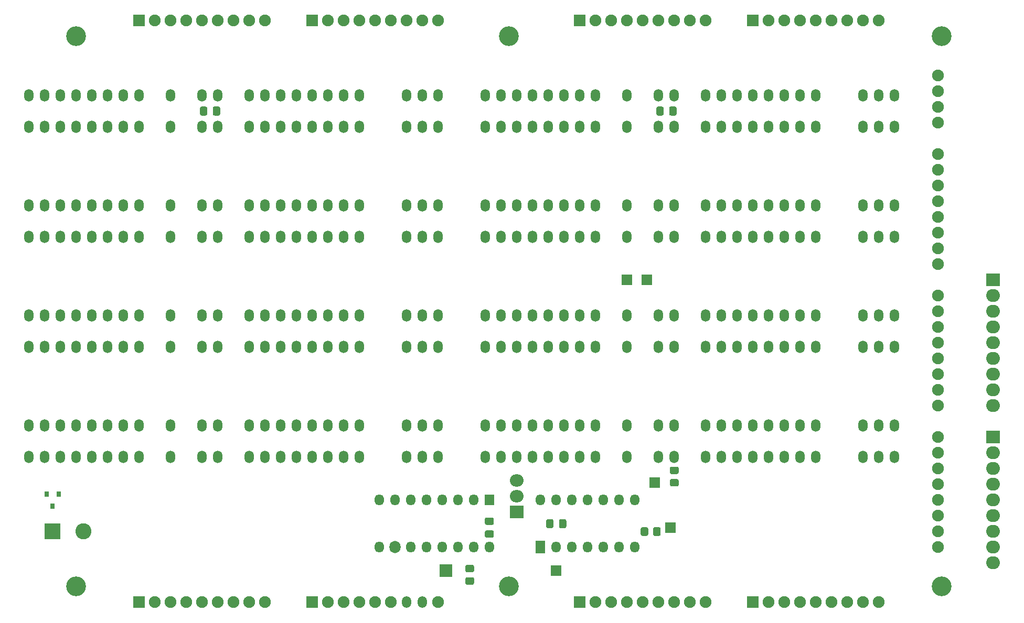
<source format=gbr>
%TF.GenerationSoftware,KiCad,Pcbnew,(5.1.8)-1*%
%TF.CreationDate,2025-01-30T22:59:11+03:00*%
%TF.ProjectId,Regs-v5,52656773-2d76-4352-9e6b-696361645f70,rev?*%
%TF.SameCoordinates,Original*%
%TF.FileFunction,Soldermask,Bot*%
%TF.FilePolarity,Negative*%
%FSLAX46Y46*%
G04 Gerber Fmt 4.6, Leading zero omitted, Abs format (unit mm)*
G04 Created by KiCad (PCBNEW (5.1.8)-1) date 2025-01-30 22:59:11*
%MOMM*%
%LPD*%
G01*
G04 APERTURE LIST*
%ADD10R,1.700000X1.700000*%
%ADD11O,1.500000X2.000000*%
%ADD12R,0.800000X0.900000*%
%ADD13O,2.200000X2.100000*%
%ADD14R,2.200000X2.100000*%
%ADD15O,1.900000X1.900000*%
%ADD16C,2.600000*%
%ADD17R,2.600000X2.600000*%
%ADD18O,1.500000X1.800000*%
%ADD19R,1.500000X2.000000*%
%ADD20O,1.800000X2.000000*%
%ADD21R,1.500000X1.800000*%
%ADD22R,2.000000X2.000000*%
%ADD23O,2.200000X2.000000*%
%ADD24R,2.200000X2.000000*%
%ADD25R,1.900000X1.900000*%
%ADD26O,1.500000X1.900000*%
%ADD27C,3.200000*%
G04 APERTURE END LIST*
D10*
%TO.C,J19*%
X114300000Y-59690000D03*
%TD*%
%TO.C,J20*%
X117475000Y-59690000D03*
%TD*%
%TO.C,R5*%
G36*
G01*
X89350001Y-106915000D02*
X88449999Y-106915000D01*
G75*
G02*
X88200000Y-106665001I0J249999D01*
G01*
X88200000Y-105964999D01*
G75*
G02*
X88449999Y-105715000I249999J0D01*
G01*
X89350001Y-105715000D01*
G75*
G02*
X89600000Y-105964999I0J-249999D01*
G01*
X89600000Y-106665001D01*
G75*
G02*
X89350001Y-106915000I-249999J0D01*
G01*
G37*
G36*
G01*
X89350001Y-108915000D02*
X88449999Y-108915000D01*
G75*
G02*
X88200000Y-108665001I0J249999D01*
G01*
X88200000Y-107964999D01*
G75*
G02*
X88449999Y-107715000I249999J0D01*
G01*
X89350001Y-107715000D01*
G75*
G02*
X89600000Y-107964999I0J-249999D01*
G01*
X89600000Y-108665001D01*
G75*
G02*
X89350001Y-108915000I-249999J0D01*
G01*
G37*
%TD*%
D11*
%TO.C,U19*%
X83820000Y-29845000D03*
X81280000Y-29845000D03*
X78740000Y-29845000D03*
X71120000Y-29845000D03*
X68580000Y-29845000D03*
X66040000Y-29845000D03*
X63500000Y-29845000D03*
X60960000Y-29845000D03*
X58420000Y-29845000D03*
X55880000Y-29845000D03*
X53340000Y-29845000D03*
X48260000Y-29845000D03*
X45720000Y-29845000D03*
X40640000Y-29845000D03*
X35560000Y-29845000D03*
X33020000Y-29845000D03*
X30480000Y-29845000D03*
X27940000Y-29845000D03*
X25400000Y-29845000D03*
X22860000Y-29845000D03*
X20320000Y-29845000D03*
X17780000Y-29845000D03*
%TD*%
%TO.C,U18*%
X157480000Y-29845000D03*
X154940000Y-29845000D03*
X152400000Y-29845000D03*
X144780000Y-29845000D03*
X142240000Y-29845000D03*
X139700000Y-29845000D03*
X137160000Y-29845000D03*
X134620000Y-29845000D03*
X132080000Y-29845000D03*
X129540000Y-29845000D03*
X127000000Y-29845000D03*
X121920000Y-29845000D03*
X119380000Y-29845000D03*
X114300000Y-29845000D03*
X109220000Y-29845000D03*
X106680000Y-29845000D03*
X104140000Y-29845000D03*
X101600000Y-29845000D03*
X99060000Y-29845000D03*
X96520000Y-29845000D03*
X93980000Y-29845000D03*
X91440000Y-29845000D03*
%TD*%
%TO.C,U17*%
X83820000Y-47625000D03*
X81280000Y-47625000D03*
X78740000Y-47625000D03*
X71120000Y-47625000D03*
X68580000Y-47625000D03*
X66040000Y-47625000D03*
X63500000Y-47625000D03*
X60960000Y-47625000D03*
X58420000Y-47625000D03*
X55880000Y-47625000D03*
X53340000Y-47625000D03*
X48260000Y-47625000D03*
X45720000Y-47625000D03*
X40640000Y-47625000D03*
X35560000Y-47625000D03*
X33020000Y-47625000D03*
X30480000Y-47625000D03*
X27940000Y-47625000D03*
X25400000Y-47625000D03*
X22860000Y-47625000D03*
X20320000Y-47625000D03*
X17780000Y-47625000D03*
%TD*%
%TO.C,U16*%
X157480000Y-47625000D03*
X154940000Y-47625000D03*
X152400000Y-47625000D03*
X144780000Y-47625000D03*
X142240000Y-47625000D03*
X139700000Y-47625000D03*
X137160000Y-47625000D03*
X134620000Y-47625000D03*
X132080000Y-47625000D03*
X129540000Y-47625000D03*
X127000000Y-47625000D03*
X121920000Y-47625000D03*
X119380000Y-47625000D03*
X114300000Y-47625000D03*
X109220000Y-47625000D03*
X106680000Y-47625000D03*
X104140000Y-47625000D03*
X101600000Y-47625000D03*
X99060000Y-47625000D03*
X96520000Y-47625000D03*
X93980000Y-47625000D03*
X91440000Y-47625000D03*
%TD*%
%TO.C,U12*%
X83820000Y-65405000D03*
X81280000Y-65405000D03*
X78740000Y-65405000D03*
X71120000Y-65405000D03*
X68580000Y-65405000D03*
X66040000Y-65405000D03*
X63500000Y-65405000D03*
X60960000Y-65405000D03*
X58420000Y-65405000D03*
X55880000Y-65405000D03*
X53340000Y-65405000D03*
X48260000Y-65405000D03*
X45720000Y-65405000D03*
X40640000Y-65405000D03*
X35560000Y-65405000D03*
X33020000Y-65405000D03*
X30480000Y-65405000D03*
X27940000Y-65405000D03*
X25400000Y-65405000D03*
X22860000Y-65405000D03*
X20320000Y-65405000D03*
X17780000Y-65405000D03*
%TD*%
%TO.C,U11*%
X157480000Y-65405000D03*
X154940000Y-65405000D03*
X152400000Y-65405000D03*
X144780000Y-65405000D03*
X142240000Y-65405000D03*
X139700000Y-65405000D03*
X137160000Y-65405000D03*
X134620000Y-65405000D03*
X132080000Y-65405000D03*
X129540000Y-65405000D03*
X127000000Y-65405000D03*
X121920000Y-65405000D03*
X119380000Y-65405000D03*
X114300000Y-65405000D03*
X109220000Y-65405000D03*
X106680000Y-65405000D03*
X104140000Y-65405000D03*
X101600000Y-65405000D03*
X99060000Y-65405000D03*
X96520000Y-65405000D03*
X93980000Y-65405000D03*
X91440000Y-65405000D03*
%TD*%
%TO.C,U10*%
X83820000Y-83185000D03*
X81280000Y-83185000D03*
X78740000Y-83185000D03*
X71120000Y-83185000D03*
X68580000Y-83185000D03*
X66040000Y-83185000D03*
X63500000Y-83185000D03*
X60960000Y-83185000D03*
X58420000Y-83185000D03*
X55880000Y-83185000D03*
X53340000Y-83185000D03*
X48260000Y-83185000D03*
X45720000Y-83185000D03*
X40640000Y-83185000D03*
X35560000Y-83185000D03*
X33020000Y-83185000D03*
X30480000Y-83185000D03*
X27940000Y-83185000D03*
X25400000Y-83185000D03*
X22860000Y-83185000D03*
X20320000Y-83185000D03*
X17780000Y-83185000D03*
%TD*%
%TO.C,U9*%
X157480000Y-83185000D03*
X154940000Y-83185000D03*
X152400000Y-83185000D03*
X144780000Y-83185000D03*
X142240000Y-83185000D03*
X139700000Y-83185000D03*
X137160000Y-83185000D03*
X134620000Y-83185000D03*
X132080000Y-83185000D03*
X129540000Y-83185000D03*
X127000000Y-83185000D03*
X121920000Y-83185000D03*
X119380000Y-83185000D03*
X114300000Y-83185000D03*
X109220000Y-83185000D03*
X106680000Y-83185000D03*
X104140000Y-83185000D03*
X101600000Y-83185000D03*
X99060000Y-83185000D03*
X96520000Y-83185000D03*
X93980000Y-83185000D03*
X91440000Y-83185000D03*
%TD*%
%TO.C,R7*%
G36*
G01*
X117710000Y-99879999D02*
X117710000Y-100780001D01*
G75*
G02*
X117460001Y-101030000I-249999J0D01*
G01*
X116759999Y-101030000D01*
G75*
G02*
X116510000Y-100780001I0J249999D01*
G01*
X116510000Y-99879999D01*
G75*
G02*
X116759999Y-99630000I249999J0D01*
G01*
X117460001Y-99630000D01*
G75*
G02*
X117710000Y-99879999I0J-249999D01*
G01*
G37*
G36*
G01*
X119710000Y-99879999D02*
X119710000Y-100780001D01*
G75*
G02*
X119460001Y-101030000I-249999J0D01*
G01*
X118759999Y-101030000D01*
G75*
G02*
X118510000Y-100780001I0J249999D01*
G01*
X118510000Y-99879999D01*
G75*
G02*
X118759999Y-99630000I249999J0D01*
G01*
X119460001Y-99630000D01*
G75*
G02*
X119710000Y-99879999I0J-249999D01*
G01*
G37*
%TD*%
D12*
%TO.C,Q1*%
X21590000Y-96250000D03*
X22540000Y-94250000D03*
X20640000Y-94250000D03*
%TD*%
%TO.C,C4*%
G36*
G01*
X103320000Y-99535000D02*
X103320000Y-98585000D01*
G75*
G02*
X103570000Y-98335000I250000J0D01*
G01*
X104245000Y-98335000D01*
G75*
G02*
X104495000Y-98585000I0J-250000D01*
G01*
X104495000Y-99535000D01*
G75*
G02*
X104245000Y-99785000I-250000J0D01*
G01*
X103570000Y-99785000D01*
G75*
G02*
X103320000Y-99535000I0J250000D01*
G01*
G37*
G36*
G01*
X101245000Y-99535000D02*
X101245000Y-98585000D01*
G75*
G02*
X101495000Y-98335000I250000J0D01*
G01*
X102170000Y-98335000D01*
G75*
G02*
X102420000Y-98585000I0J-250000D01*
G01*
X102420000Y-99535000D01*
G75*
G02*
X102170000Y-99785000I-250000J0D01*
G01*
X101495000Y-99785000D01*
G75*
G02*
X101245000Y-99535000I0J250000D01*
G01*
G37*
%TD*%
%TO.C,C3*%
G36*
G01*
X92550000Y-99245000D02*
X91600000Y-99245000D01*
G75*
G02*
X91350000Y-98995000I0J250000D01*
G01*
X91350000Y-98320000D01*
G75*
G02*
X91600000Y-98070000I250000J0D01*
G01*
X92550000Y-98070000D01*
G75*
G02*
X92800000Y-98320000I0J-250000D01*
G01*
X92800000Y-98995000D01*
G75*
G02*
X92550000Y-99245000I-250000J0D01*
G01*
G37*
G36*
G01*
X92550000Y-101320000D02*
X91600000Y-101320000D01*
G75*
G02*
X91350000Y-101070000I0J250000D01*
G01*
X91350000Y-100395000D01*
G75*
G02*
X91600000Y-100145000I250000J0D01*
G01*
X92550000Y-100145000D01*
G75*
G02*
X92800000Y-100395000I0J-250000D01*
G01*
X92800000Y-101070000D01*
G75*
G02*
X92550000Y-101320000I-250000J0D01*
G01*
G37*
%TD*%
%TO.C,C2*%
G36*
G01*
X46540000Y-31910000D02*
X46540000Y-32860000D01*
G75*
G02*
X46290000Y-33110000I-250000J0D01*
G01*
X45615000Y-33110000D01*
G75*
G02*
X45365000Y-32860000I0J250000D01*
G01*
X45365000Y-31910000D01*
G75*
G02*
X45615000Y-31660000I250000J0D01*
G01*
X46290000Y-31660000D01*
G75*
G02*
X46540000Y-31910000I0J-250000D01*
G01*
G37*
G36*
G01*
X48615000Y-31910000D02*
X48615000Y-32860000D01*
G75*
G02*
X48365000Y-33110000I-250000J0D01*
G01*
X47690000Y-33110000D01*
G75*
G02*
X47440000Y-32860000I0J250000D01*
G01*
X47440000Y-31910000D01*
G75*
G02*
X47690000Y-31660000I250000J0D01*
G01*
X48365000Y-31660000D01*
G75*
G02*
X48615000Y-31910000I0J-250000D01*
G01*
G37*
%TD*%
%TO.C,C1*%
G36*
G01*
X120200000Y-31910000D02*
X120200000Y-32860000D01*
G75*
G02*
X119950000Y-33110000I-250000J0D01*
G01*
X119275000Y-33110000D01*
G75*
G02*
X119025000Y-32860000I0J250000D01*
G01*
X119025000Y-31910000D01*
G75*
G02*
X119275000Y-31660000I250000J0D01*
G01*
X119950000Y-31660000D01*
G75*
G02*
X120200000Y-31910000I0J-250000D01*
G01*
G37*
G36*
G01*
X122275000Y-31910000D02*
X122275000Y-32860000D01*
G75*
G02*
X122025000Y-33110000I-250000J0D01*
G01*
X121350000Y-33110000D01*
G75*
G02*
X121100000Y-32860000I0J250000D01*
G01*
X121100000Y-31910000D01*
G75*
G02*
X121350000Y-31660000I250000J0D01*
G01*
X122025000Y-31660000D01*
G75*
G02*
X122275000Y-31910000I0J-250000D01*
G01*
G37*
%TD*%
%TO.C,R6*%
G36*
G01*
X122370001Y-91040000D02*
X121469999Y-91040000D01*
G75*
G02*
X121220000Y-90790001I0J249999D01*
G01*
X121220000Y-90089999D01*
G75*
G02*
X121469999Y-89840000I249999J0D01*
G01*
X122370001Y-89840000D01*
G75*
G02*
X122620000Y-90089999I0J-249999D01*
G01*
X122620000Y-90790001D01*
G75*
G02*
X122370001Y-91040000I-249999J0D01*
G01*
G37*
G36*
G01*
X122370001Y-93040000D02*
X121469999Y-93040000D01*
G75*
G02*
X121220000Y-92790001I0J249999D01*
G01*
X121220000Y-92089999D01*
G75*
G02*
X121469999Y-91840000I249999J0D01*
G01*
X122370001Y-91840000D01*
G75*
G02*
X122620000Y-92089999I0J-249999D01*
G01*
X122620000Y-92790001D01*
G75*
G02*
X122370001Y-93040000I-249999J0D01*
G01*
G37*
%TD*%
D13*
%TO.C,J18*%
X173355000Y-80010000D03*
X173355000Y-77470000D03*
X173355000Y-74930000D03*
X173355000Y-72390000D03*
X173355000Y-69850000D03*
X173355000Y-67310000D03*
X173355000Y-64770000D03*
X173355000Y-62230000D03*
D14*
X173355000Y-59690000D03*
%TD*%
D13*
%TO.C,J17*%
X173355000Y-105410000D03*
X173355000Y-102870000D03*
X173355000Y-100330000D03*
X173355000Y-97790000D03*
X173355000Y-95250000D03*
X173355000Y-92710000D03*
X173355000Y-90170000D03*
X173355000Y-87630000D03*
D14*
X173355000Y-85090000D03*
%TD*%
D15*
%TO.C,U15*%
X164465000Y-26670000D03*
X164465000Y-29210000D03*
X164465000Y-31750000D03*
X164465000Y-34290000D03*
X164465000Y-39370000D03*
X164465000Y-41910000D03*
X164465000Y-44450000D03*
X164465000Y-46990000D03*
X164465000Y-49530000D03*
X164465000Y-52070000D03*
X164465000Y-54610000D03*
X164465000Y-57150000D03*
X164465000Y-62230000D03*
X164465000Y-64770000D03*
X164465000Y-67310000D03*
X164465000Y-69850000D03*
X164465000Y-72390000D03*
X164465000Y-74930000D03*
X164465000Y-77470000D03*
X164465000Y-80010000D03*
X164465000Y-85090000D03*
X164465000Y-87630000D03*
X164465000Y-90170000D03*
X164465000Y-92710000D03*
X164465000Y-95250000D03*
X164465000Y-97790000D03*
X164465000Y-100330000D03*
X164465000Y-102870000D03*
%TD*%
D16*
%TO.C,J16*%
X26590000Y-100330000D03*
D17*
X21590000Y-100330000D03*
%TD*%
D18*
%TO.C,U14*%
X100330000Y-95250000D03*
X115570000Y-102870000D03*
X102870000Y-95250000D03*
X113030000Y-102870000D03*
X105410000Y-95250000D03*
X110490000Y-102870000D03*
X107950000Y-95250000D03*
X107950000Y-102870000D03*
X110490000Y-95250000D03*
X105410000Y-102870000D03*
X113030000Y-95250000D03*
X102870000Y-102870000D03*
X115570000Y-95250000D03*
D19*
X100330000Y-102870000D03*
%TD*%
D18*
%TO.C,U13*%
X92075000Y-102870000D03*
X74295000Y-95250000D03*
X89535000Y-102870000D03*
X76835000Y-95250000D03*
X86995000Y-102870000D03*
X79375000Y-95250000D03*
X84455000Y-102870000D03*
X81915000Y-95250000D03*
X81915000Y-102870000D03*
X84455000Y-95250000D03*
X79375000Y-102870000D03*
X86995000Y-95250000D03*
D20*
X76835000Y-102870000D03*
D18*
X89535000Y-95250000D03*
X74295000Y-102870000D03*
D21*
X92075000Y-95250000D03*
%TD*%
D10*
%TO.C,J15*%
X102870000Y-106680000D03*
%TD*%
%TO.C,J14*%
X121285000Y-99695000D03*
%TD*%
%TO.C,J13*%
X118745000Y-92440000D03*
%TD*%
D22*
%TO.C,J12*%
X85090000Y-106680000D03*
%TD*%
D23*
%TO.C,J11*%
X96520000Y-92075000D03*
X96520000Y-94615000D03*
D24*
X96520000Y-97155000D03*
%TD*%
D15*
%TO.C,J8*%
X55880000Y-17780000D03*
X53340000Y-17780000D03*
X50800000Y-17780000D03*
X48260000Y-17780000D03*
X45720000Y-17780000D03*
X43180000Y-17780000D03*
X40640000Y-17780000D03*
X38100000Y-17780000D03*
D25*
X35560000Y-17780000D03*
%TD*%
D15*
%TO.C,J7*%
X154940000Y-17780000D03*
X152400000Y-17780000D03*
X149860000Y-17780000D03*
X147320000Y-17780000D03*
X144780000Y-17780000D03*
X142240000Y-17780000D03*
X139700000Y-17780000D03*
X137160000Y-17780000D03*
D25*
X134620000Y-17780000D03*
%TD*%
D15*
%TO.C,J6*%
X83820000Y-17780000D03*
X81280000Y-17780000D03*
X78740000Y-17780000D03*
X76200000Y-17780000D03*
X73660000Y-17780000D03*
X71120000Y-17780000D03*
X68580000Y-17780000D03*
X66040000Y-17780000D03*
D25*
X63500000Y-17780000D03*
%TD*%
D15*
%TO.C,J5*%
X127000000Y-17780000D03*
X124460000Y-17780000D03*
X121920000Y-17780000D03*
X119380000Y-17780000D03*
X116840000Y-17780000D03*
X114300000Y-17780000D03*
X111760000Y-17780000D03*
X109220000Y-17780000D03*
D25*
X106680000Y-17780000D03*
%TD*%
D15*
%TO.C,J4*%
X55880000Y-111760000D03*
X53340000Y-111760000D03*
X50800000Y-111760000D03*
X48260000Y-111760000D03*
X45720000Y-111760000D03*
X43180000Y-111760000D03*
X40640000Y-111760000D03*
X38100000Y-111760000D03*
D25*
X35560000Y-111760000D03*
%TD*%
D15*
%TO.C,J3*%
X154940000Y-111760000D03*
X152400000Y-111760000D03*
X149860000Y-111760000D03*
X147320000Y-111760000D03*
X144780000Y-111760000D03*
X142240000Y-111760000D03*
X139700000Y-111760000D03*
X137160000Y-111760000D03*
D25*
X134620000Y-111760000D03*
%TD*%
D15*
%TO.C,J2*%
X83820000Y-111760000D03*
D26*
X81280000Y-111760000D03*
X78740000Y-111760000D03*
D15*
X76200000Y-111760000D03*
X73660000Y-111760000D03*
X71120000Y-111760000D03*
X68580000Y-111760000D03*
X66040000Y-111760000D03*
D25*
X63500000Y-111760000D03*
%TD*%
D15*
%TO.C,J1*%
X127000000Y-111760000D03*
X124460000Y-111760000D03*
X121920000Y-111760000D03*
X119380000Y-111760000D03*
X116840000Y-111760000D03*
X114300000Y-111760000D03*
X111760000Y-111760000D03*
X109220000Y-111760000D03*
D25*
X106680000Y-111760000D03*
%TD*%
D27*
%TO.C,H6*%
X165100000Y-109220000D03*
%TD*%
%TO.C,H4*%
X165100000Y-20320000D03*
%TD*%
%TO.C,H2*%
X95250000Y-109220000D03*
%TD*%
%TO.C,H5*%
X95250000Y-20320000D03*
%TD*%
%TO.C,H3*%
X25400000Y-109220000D03*
%TD*%
%TO.C,H1*%
X25400000Y-20320000D03*
%TD*%
D11*
%TO.C,U1*%
X157480000Y-88265000D03*
X154940000Y-88265000D03*
X152400000Y-88265000D03*
X144780000Y-88265000D03*
X142240000Y-88265000D03*
X139700000Y-88265000D03*
X137160000Y-88265000D03*
X134620000Y-88265000D03*
X132080000Y-88265000D03*
X129540000Y-88265000D03*
X127000000Y-88265000D03*
X121920000Y-88265000D03*
X119380000Y-88265000D03*
X114300000Y-88265000D03*
X109220000Y-88265000D03*
X106680000Y-88265000D03*
X104140000Y-88265000D03*
X101600000Y-88265000D03*
X99060000Y-88265000D03*
X96520000Y-88265000D03*
X93980000Y-88265000D03*
X91440000Y-88265000D03*
%TD*%
%TO.C,U8*%
X83820000Y-34925000D03*
X81280000Y-34925000D03*
X78740000Y-34925000D03*
X71120000Y-34925000D03*
X68580000Y-34925000D03*
X66040000Y-34925000D03*
X63500000Y-34925000D03*
X60960000Y-34925000D03*
X58420000Y-34925000D03*
X55880000Y-34925000D03*
X53340000Y-34925000D03*
X48260000Y-34925000D03*
X45720000Y-34925000D03*
X40640000Y-34925000D03*
X35560000Y-34925000D03*
X33020000Y-34925000D03*
X30480000Y-34925000D03*
X27940000Y-34925000D03*
X25400000Y-34925000D03*
X22860000Y-34925000D03*
X20320000Y-34925000D03*
X17780000Y-34925000D03*
%TD*%
%TO.C,U6*%
X83820000Y-52705000D03*
X81280000Y-52705000D03*
X78740000Y-52705000D03*
X71120000Y-52705000D03*
X68580000Y-52705000D03*
X66040000Y-52705000D03*
X63500000Y-52705000D03*
X60960000Y-52705000D03*
X58420000Y-52705000D03*
X55880000Y-52705000D03*
X53340000Y-52705000D03*
X48260000Y-52705000D03*
X45720000Y-52705000D03*
X40640000Y-52705000D03*
X35560000Y-52705000D03*
X33020000Y-52705000D03*
X30480000Y-52705000D03*
X27940000Y-52705000D03*
X25400000Y-52705000D03*
X22860000Y-52705000D03*
X20320000Y-52705000D03*
X17780000Y-52705000D03*
%TD*%
%TO.C,U4*%
X83820000Y-70485000D03*
X81280000Y-70485000D03*
X78740000Y-70485000D03*
X71120000Y-70485000D03*
X68580000Y-70485000D03*
X66040000Y-70485000D03*
X63500000Y-70485000D03*
X60960000Y-70485000D03*
X58420000Y-70485000D03*
X55880000Y-70485000D03*
X53340000Y-70485000D03*
X48260000Y-70485000D03*
X45720000Y-70485000D03*
X40640000Y-70485000D03*
X35560000Y-70485000D03*
X33020000Y-70485000D03*
X30480000Y-70485000D03*
X27940000Y-70485000D03*
X25400000Y-70485000D03*
X22860000Y-70485000D03*
X20320000Y-70485000D03*
X17780000Y-70485000D03*
%TD*%
%TO.C,U2*%
X83820000Y-88265000D03*
X81280000Y-88265000D03*
X78740000Y-88265000D03*
X71120000Y-88265000D03*
X68580000Y-88265000D03*
X66040000Y-88265000D03*
X63500000Y-88265000D03*
X60960000Y-88265000D03*
X58420000Y-88265000D03*
X55880000Y-88265000D03*
X53340000Y-88265000D03*
X48260000Y-88265000D03*
X45720000Y-88265000D03*
X40640000Y-88265000D03*
X35560000Y-88265000D03*
X33020000Y-88265000D03*
X30480000Y-88265000D03*
X27940000Y-88265000D03*
X25400000Y-88265000D03*
X22860000Y-88265000D03*
X20320000Y-88265000D03*
X17780000Y-88265000D03*
%TD*%
%TO.C,U7*%
X157480000Y-34925000D03*
X154940000Y-34925000D03*
X152400000Y-34925000D03*
X144780000Y-34925000D03*
X142240000Y-34925000D03*
X139700000Y-34925000D03*
X137160000Y-34925000D03*
X134620000Y-34925000D03*
X132080000Y-34925000D03*
X129540000Y-34925000D03*
X127000000Y-34925000D03*
X121920000Y-34925000D03*
X119380000Y-34925000D03*
X114300000Y-34925000D03*
X109220000Y-34925000D03*
X106680000Y-34925000D03*
X104140000Y-34925000D03*
X101600000Y-34925000D03*
X99060000Y-34925000D03*
X96520000Y-34925000D03*
X93980000Y-34925000D03*
X91440000Y-34925000D03*
%TD*%
%TO.C,U5*%
X157480000Y-52705000D03*
X154940000Y-52705000D03*
X152400000Y-52705000D03*
X144780000Y-52705000D03*
X142240000Y-52705000D03*
X139700000Y-52705000D03*
X137160000Y-52705000D03*
X134620000Y-52705000D03*
X132080000Y-52705000D03*
X129540000Y-52705000D03*
X127000000Y-52705000D03*
X121920000Y-52705000D03*
X119380000Y-52705000D03*
X114300000Y-52705000D03*
X109220000Y-52705000D03*
X106680000Y-52705000D03*
X104140000Y-52705000D03*
X101600000Y-52705000D03*
X99060000Y-52705000D03*
X96520000Y-52705000D03*
X93980000Y-52705000D03*
X91440000Y-52705000D03*
%TD*%
%TO.C,U3*%
X157480000Y-70485000D03*
X154940000Y-70485000D03*
X152400000Y-70485000D03*
X144780000Y-70485000D03*
X142240000Y-70485000D03*
X139700000Y-70485000D03*
X137160000Y-70485000D03*
X134620000Y-70485000D03*
X132080000Y-70485000D03*
X129540000Y-70485000D03*
X127000000Y-70485000D03*
X121920000Y-70485000D03*
X119380000Y-70485000D03*
X114300000Y-70485000D03*
X109220000Y-70485000D03*
X106680000Y-70485000D03*
X104140000Y-70485000D03*
X101600000Y-70485000D03*
X99060000Y-70485000D03*
X96520000Y-70485000D03*
X93980000Y-70485000D03*
X91440000Y-70485000D03*
%TD*%
M02*

</source>
